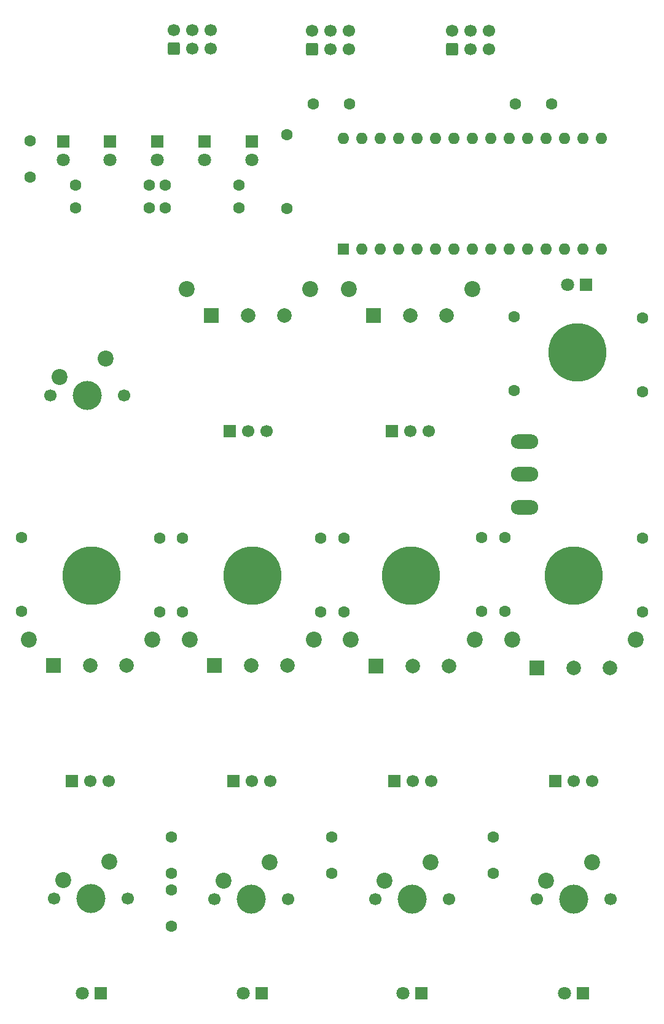
<source format=gbr>
%TF.GenerationSoftware,KiCad,Pcbnew,9.0.6*%
%TF.CreationDate,2026-01-21T03:12:50+11:00*%
%TF.ProjectId,pattern-sequencer,70617474-6572-46e2-9d73-657175656e63,rev?*%
%TF.SameCoordinates,Original*%
%TF.FileFunction,Soldermask,Top*%
%TF.FilePolarity,Negative*%
%FSLAX46Y46*%
G04 Gerber Fmt 4.6, Leading zero omitted, Abs format (unit mm)*
G04 Created by KiCad (PCBNEW 9.0.6) date 2026-01-21 03:12:50*
%MOMM*%
%LPD*%
G01*
G04 APERTURE LIST*
G04 Aperture macros list*
%AMRoundRect*
0 Rectangle with rounded corners*
0 $1 Rounding radius*
0 $2 $3 $4 $5 $6 $7 $8 $9 X,Y pos of 4 corners*
0 Add a 4 corners polygon primitive as box body*
4,1,4,$2,$3,$4,$5,$6,$7,$8,$9,$2,$3,0*
0 Add four circle primitives for the rounded corners*
1,1,$1+$1,$2,$3*
1,1,$1+$1,$4,$5*
1,1,$1+$1,$6,$7*
1,1,$1+$1,$8,$9*
0 Add four rect primitives between the rounded corners*
20,1,$1+$1,$2,$3,$4,$5,0*
20,1,$1+$1,$4,$5,$6,$7,0*
20,1,$1+$1,$6,$7,$8,$9,0*
20,1,$1+$1,$8,$9,$2,$3,0*%
G04 Aperture macros list end*
%ADD10C,1.700000*%
%ADD11C,4.000000*%
%ADD12C,2.200000*%
%ADD13R,1.800000X1.800000*%
%ADD14C,1.800000*%
%ADD15C,1.600000*%
%ADD16RoundRect,0.250000X0.600000X-0.600000X0.600000X0.600000X-0.600000X0.600000X-0.600000X-0.600000X0*%
%ADD17R,2.000000X2.000000*%
%ADD18C,2.000000*%
%ADD19R,1.700000X1.700000*%
%ADD20C,8.000000*%
%ADD21R,1.600000X1.600000*%
%ADD22O,1.600000X1.600000*%
%ADD23O,3.750000X2.000000*%
G04 APERTURE END LIST*
D10*
%TO.C,SW2*%
X90030000Y-145240000D03*
D11*
X95110000Y-145240000D03*
D10*
X100190000Y-145240000D03*
D12*
X97650000Y-140160000D03*
X91300000Y-142700000D03*
%TD*%
D13*
%TO.C,D8*%
X82200000Y-40925000D03*
D14*
X82200000Y-43465000D03*
%TD*%
D15*
%TO.C,R7*%
X130100000Y-105680000D03*
X130100000Y-95520000D03*
%TD*%
%TO.C,R6*%
X126900000Y-105680000D03*
X126900000Y-95520000D03*
%TD*%
%TO.C,C5*%
X128500000Y-136700000D03*
X128500000Y-141700000D03*
%TD*%
D16*
%TO.C,J1*%
X84520000Y-28200000D03*
D10*
X84520000Y-25660000D03*
X87060000Y-28200000D03*
X87060000Y-25660000D03*
X89600000Y-28200000D03*
X89600000Y-25660000D03*
%TD*%
D17*
%TO.C,J14*%
X134520000Y-113400000D03*
D18*
X139600000Y-113400000D03*
X144600000Y-113400000D03*
%TD*%
D15*
%TO.C,C6*%
X64700000Y-45900000D03*
X64700000Y-40900000D03*
%TD*%
%TO.C,R11*%
X70920000Y-46985000D03*
X81080000Y-46985000D03*
%TD*%
%TO.C,R3*%
X85700000Y-105700000D03*
X85700000Y-95540000D03*
%TD*%
D10*
%TO.C,SW1*%
X67980000Y-145180000D03*
D11*
X73060000Y-145180000D03*
D10*
X78140000Y-145180000D03*
D12*
X75600000Y-140100000D03*
X69250000Y-142640000D03*
%TD*%
D13*
%TO.C,D6*%
X69200000Y-40925000D03*
D14*
X69200000Y-43465000D03*
%TD*%
D15*
%TO.C,R14*%
X83320000Y-50085000D03*
X93480000Y-50085000D03*
%TD*%
%TO.C,C2*%
X84100000Y-141700000D03*
X84100000Y-136700000D03*
%TD*%
%TO.C,R8*%
X149100000Y-105700000D03*
X149100000Y-95540000D03*
%TD*%
D13*
%TO.C,D4*%
X140875000Y-158200000D03*
D14*
X138335000Y-158200000D03*
%TD*%
D15*
%TO.C,R5*%
X107900000Y-105700000D03*
X107900000Y-95540000D03*
%TD*%
D16*
%TO.C,J3*%
X122800000Y-28300000D03*
D10*
X122800000Y-25760000D03*
X125340000Y-28300000D03*
X125340000Y-25760000D03*
X127880000Y-28300000D03*
X127880000Y-25760000D03*
%TD*%
%TO.C,SW3*%
X112240000Y-145240000D03*
D11*
X117320000Y-145240000D03*
D10*
X122400000Y-145240000D03*
D12*
X119860000Y-140160000D03*
X113510000Y-142700000D03*
%TD*%
D15*
%TO.C,R10*%
X149100000Y-65220000D03*
X149100000Y-75380000D03*
%TD*%
D17*
%TO.C,J10*%
X89660000Y-64900000D03*
D18*
X94740000Y-64900000D03*
X99740000Y-64900000D03*
%TD*%
D15*
%TO.C,C3*%
X84100000Y-149000000D03*
X84100000Y-144000000D03*
%TD*%
D13*
%TO.C,D5*%
X141300000Y-60680000D03*
D14*
X138760000Y-60680000D03*
%TD*%
D17*
%TO.C,J5*%
X112020000Y-64900000D03*
D18*
X117100000Y-64900000D03*
X122100000Y-64900000D03*
%TD*%
D12*
%TO.C,RV2*%
X86240000Y-61312500D03*
X103290000Y-61312500D03*
D19*
X92200000Y-80812500D03*
D10*
X94740000Y-80812500D03*
X97280000Y-80812500D03*
%TD*%
D13*
%TO.C,D3*%
X118575000Y-158200000D03*
D14*
X116035000Y-158200000D03*
%TD*%
D13*
%TO.C,D10*%
X95200000Y-40925000D03*
D14*
X95200000Y-43465000D03*
%TD*%
D10*
%TO.C,SW5*%
X67480000Y-75900000D03*
D11*
X72560000Y-75900000D03*
D10*
X77640000Y-75900000D03*
D12*
X75100000Y-70820000D03*
X68750000Y-73360000D03*
%TD*%
D15*
%TO.C,R13*%
X83320000Y-46985000D03*
X93480000Y-46985000D03*
%TD*%
%TO.C,R4*%
X104700000Y-105700000D03*
X104700000Y-95540000D03*
%TD*%
D20*
%TO.C,J8*%
X117200000Y-100700000D03*
%TD*%
D12*
%TO.C,RV4*%
X86700000Y-109500000D03*
X103750000Y-109500000D03*
D19*
X92660000Y-129000000D03*
D10*
X95200000Y-129000000D03*
X97740000Y-129000000D03*
%TD*%
D20*
%TO.C,J6*%
X73100000Y-100700000D03*
%TD*%
D13*
%TO.C,D2*%
X96550000Y-158200000D03*
D14*
X94010000Y-158200000D03*
%TD*%
D15*
%TO.C,R12*%
X70920000Y-50085000D03*
X81080000Y-50085000D03*
%TD*%
%TO.C,R2*%
X82500000Y-105700000D03*
X82500000Y-95540000D03*
%TD*%
%TO.C,R15*%
X100100000Y-50185000D03*
X100100000Y-40025000D03*
%TD*%
D10*
%TO.C,SW4*%
X134530000Y-145280000D03*
D11*
X139610000Y-145280000D03*
D10*
X144690000Y-145280000D03*
D12*
X142150000Y-140200000D03*
X135800000Y-142740000D03*
%TD*%
%TO.C,RV5*%
X108900000Y-109500000D03*
X125950000Y-109500000D03*
D19*
X114860000Y-129000000D03*
D10*
X117400000Y-129000000D03*
X119940000Y-129000000D03*
%TD*%
D15*
%TO.C,C7*%
X103720000Y-35800000D03*
X108720000Y-35800000D03*
%TD*%
D13*
%TO.C,D1*%
X74375000Y-158200000D03*
D14*
X71835000Y-158200000D03*
%TD*%
D15*
%TO.C,R1*%
X63500000Y-105680000D03*
X63500000Y-95520000D03*
%TD*%
%TO.C,R9*%
X131400000Y-75280000D03*
X131400000Y-65120000D03*
%TD*%
%TO.C,C1*%
X136520000Y-35800000D03*
X131520000Y-35800000D03*
%TD*%
D17*
%TO.C,J11*%
X67870000Y-113112500D03*
D18*
X72950000Y-113112500D03*
X77950000Y-113112500D03*
%TD*%
D21*
%TO.C,A1*%
X107860000Y-55740000D03*
D22*
X110400000Y-55740000D03*
X112940000Y-55740000D03*
X115480000Y-55740000D03*
X118020000Y-55740000D03*
X120560000Y-55740000D03*
X123100000Y-55740000D03*
X125640000Y-55740000D03*
X128180000Y-55740000D03*
X130720000Y-55740000D03*
X133260000Y-55740000D03*
X135800000Y-55740000D03*
X138340000Y-55740000D03*
X140880000Y-55740000D03*
X143420000Y-55740000D03*
X143420000Y-40500000D03*
X140880000Y-40500000D03*
X138340000Y-40500000D03*
X135800000Y-40500000D03*
X133260000Y-40500000D03*
X130720000Y-40500000D03*
X128180000Y-40500000D03*
X125640000Y-40500000D03*
X123100000Y-40500000D03*
X120560000Y-40500000D03*
X118020000Y-40500000D03*
X115480000Y-40500000D03*
X112940000Y-40500000D03*
X110400000Y-40500000D03*
X107860000Y-40500000D03*
%TD*%
D12*
%TO.C,RV6*%
X131100000Y-109500000D03*
X148150000Y-109500000D03*
D19*
X137060000Y-129000000D03*
D10*
X139600000Y-129000000D03*
X142140000Y-129000000D03*
%TD*%
D23*
%TO.C,SW6*%
X132800000Y-82300000D03*
X132800000Y-86800000D03*
X132800000Y-91300000D03*
%TD*%
D15*
%TO.C,C4*%
X106200000Y-136700000D03*
X106200000Y-141700000D03*
%TD*%
D20*
%TO.C,J9*%
X139624938Y-100700000D03*
%TD*%
D13*
%TO.C,D9*%
X88700000Y-40925000D03*
D14*
X88700000Y-43465000D03*
%TD*%
D12*
%TO.C,RV3*%
X64500000Y-109500000D03*
X81550000Y-109500000D03*
D19*
X70460000Y-129000000D03*
D10*
X73000000Y-129000000D03*
X75540000Y-129000000D03*
%TD*%
D17*
%TO.C,J12*%
X90070000Y-113112500D03*
D18*
X95150000Y-113112500D03*
X100150000Y-113112500D03*
%TD*%
D16*
%TO.C,J2*%
X103520000Y-28300000D03*
D10*
X103520000Y-25760000D03*
X106060000Y-28300000D03*
X106060000Y-25760000D03*
X108600000Y-28300000D03*
X108600000Y-25760000D03*
%TD*%
D17*
%TO.C,J13*%
X112370000Y-113212500D03*
D18*
X117450000Y-113212500D03*
X122450000Y-113212500D03*
%TD*%
D20*
%TO.C,J4*%
X140100000Y-70000000D03*
%TD*%
D13*
%TO.C,D7*%
X75700000Y-40925000D03*
D14*
X75700000Y-43465000D03*
%TD*%
D20*
%TO.C,J7*%
X95300000Y-100700000D03*
%TD*%
D12*
%TO.C,RV1*%
X108600000Y-61300000D03*
X125650000Y-61300000D03*
D19*
X114560000Y-80800000D03*
D10*
X117100000Y-80800000D03*
X119640000Y-80800000D03*
%TD*%
M02*

</source>
